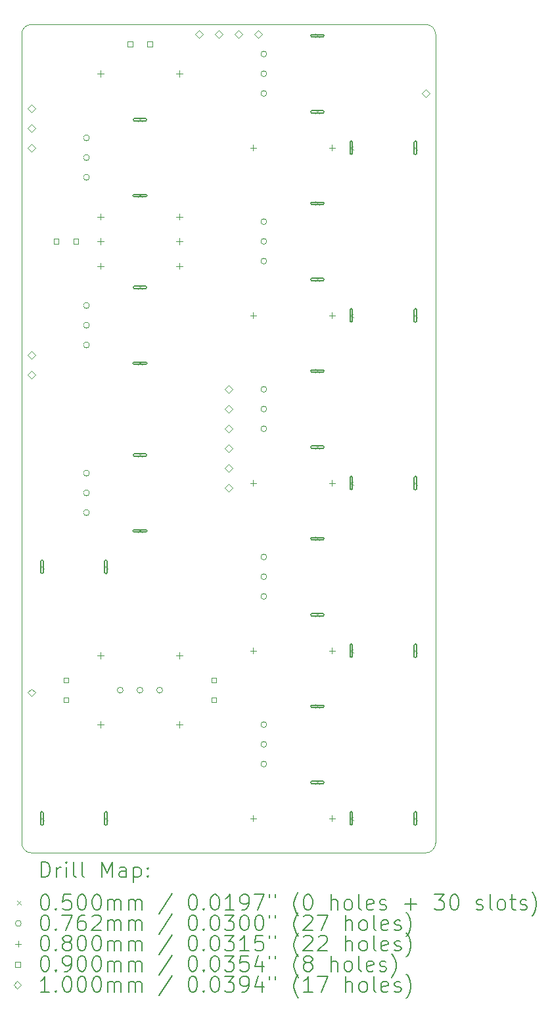
<source format=gbr>
%FSLAX45Y45*%
G04 Gerber Fmt 4.5, Leading zero omitted, Abs format (unit mm)*
G04 Created by KiCad (PCBNEW (6.0.0)) date 2022-08-09 16:31:57*
%MOMM*%
%LPD*%
G01*
G04 APERTURE LIST*
%TA.AperFunction,Profile*%
%ADD10C,0.100000*%
%TD*%
%ADD11C,0.200000*%
%ADD12C,0.050000*%
%ADD13C,0.076200*%
%ADD14C,0.080000*%
%ADD15C,0.090000*%
%ADD16C,0.100000*%
G04 APERTURE END LIST*
D10*
X5207000Y-10668000D02*
X127000Y-10668000D01*
X0Y-10541000D02*
G75*
G03*
X127000Y-10668000I127000J0D01*
G01*
X5334000Y-127000D02*
G75*
G03*
X5207000Y0I-127000J0D01*
G01*
X5207000Y-10668000D02*
G75*
G03*
X5334000Y-10541000I0J127000D01*
G01*
X127000Y-10668000D02*
X127000Y-10668000D01*
X0Y-10541000D02*
X0Y-127000D01*
X127000Y0D02*
X5207000Y0D01*
X0Y-127000D02*
X0Y-127000D01*
X127000Y0D02*
G75*
G03*
X0Y-127000I0J-127000D01*
G01*
X5334000Y-127000D02*
X5334000Y-10541000D01*
X5207000Y0D02*
X5207000Y0D01*
D11*
D12*
X236500Y-6960000D02*
X286500Y-7010000D01*
X286500Y-6960000D02*
X236500Y-7010000D01*
D11*
X246500Y-6910000D02*
X246500Y-7060000D01*
X276500Y-6910000D02*
X276500Y-7060000D01*
X246500Y-7060000D02*
G75*
G03*
X276500Y-7060000I15000J0D01*
G01*
X276500Y-6910000D02*
G75*
G03*
X246500Y-6910000I-15000J0D01*
G01*
D12*
X236500Y-10198500D02*
X286500Y-10248500D01*
X286500Y-10198500D02*
X236500Y-10248500D01*
D11*
X246500Y-10148500D02*
X246500Y-10298500D01*
X276500Y-10148500D02*
X276500Y-10298500D01*
X246500Y-10298500D02*
G75*
G03*
X276500Y-10298500I15000J0D01*
G01*
X276500Y-10148500D02*
G75*
G03*
X246500Y-10148500I-15000J0D01*
G01*
D12*
X1061500Y-6960000D02*
X1111500Y-7010000D01*
X1111500Y-6960000D02*
X1061500Y-7010000D01*
D11*
X1071500Y-6910000D02*
X1071500Y-7060000D01*
X1101500Y-6910000D02*
X1101500Y-7060000D01*
X1071500Y-7060000D02*
G75*
G03*
X1101500Y-7060000I15000J0D01*
G01*
X1101500Y-6910000D02*
G75*
G03*
X1071500Y-6910000I-15000J0D01*
G01*
D12*
X1061500Y-10198500D02*
X1111500Y-10248500D01*
X1111500Y-10198500D02*
X1061500Y-10248500D01*
D11*
X1071500Y-10148500D02*
X1071500Y-10298500D01*
X1101500Y-10148500D02*
X1101500Y-10298500D01*
X1071500Y-10298500D02*
G75*
G03*
X1101500Y-10298500I15000J0D01*
G01*
X1101500Y-10148500D02*
G75*
G03*
X1071500Y-10148500I-15000J0D01*
G01*
D12*
X1499000Y-1199500D02*
X1549000Y-1249500D01*
X1549000Y-1199500D02*
X1499000Y-1249500D01*
D11*
X1599000Y-1209500D02*
X1449000Y-1209500D01*
X1599000Y-1239500D02*
X1449000Y-1239500D01*
X1449000Y-1209500D02*
G75*
G03*
X1449000Y-1239500I0J-15000D01*
G01*
X1599000Y-1239500D02*
G75*
G03*
X1599000Y-1209500I0J15000D01*
G01*
D12*
X1499000Y-2179500D02*
X1549000Y-2229500D01*
X1549000Y-2179500D02*
X1499000Y-2229500D01*
D11*
X1599000Y-2189500D02*
X1449000Y-2189500D01*
X1599000Y-2219500D02*
X1449000Y-2219500D01*
X1449000Y-2189500D02*
G75*
G03*
X1449000Y-2219500I0J-15000D01*
G01*
X1599000Y-2219500D02*
G75*
G03*
X1599000Y-2189500I0J15000D01*
G01*
D12*
X1499000Y-3358500D02*
X1549000Y-3408500D01*
X1549000Y-3358500D02*
X1499000Y-3408500D01*
D11*
X1599000Y-3368500D02*
X1449000Y-3368500D01*
X1599000Y-3398500D02*
X1449000Y-3398500D01*
X1449000Y-3368500D02*
G75*
G03*
X1449000Y-3398500I0J-15000D01*
G01*
X1599000Y-3398500D02*
G75*
G03*
X1599000Y-3368500I0J15000D01*
G01*
D12*
X1499000Y-4338500D02*
X1549000Y-4388500D01*
X1549000Y-4338500D02*
X1499000Y-4388500D01*
D11*
X1599000Y-4348500D02*
X1449000Y-4348500D01*
X1599000Y-4378500D02*
X1449000Y-4378500D01*
X1449000Y-4348500D02*
G75*
G03*
X1449000Y-4378500I0J-15000D01*
G01*
X1599000Y-4378500D02*
G75*
G03*
X1599000Y-4348500I0J15000D01*
G01*
D12*
X1499000Y-5517500D02*
X1549000Y-5567500D01*
X1549000Y-5517500D02*
X1499000Y-5567500D01*
D11*
X1599000Y-5527500D02*
X1449000Y-5527500D01*
X1599000Y-5557500D02*
X1449000Y-5557500D01*
X1449000Y-5527500D02*
G75*
G03*
X1449000Y-5557500I0J-15000D01*
G01*
X1599000Y-5557500D02*
G75*
G03*
X1599000Y-5527500I0J15000D01*
G01*
D12*
X1499000Y-6497500D02*
X1549000Y-6547500D01*
X1549000Y-6497500D02*
X1499000Y-6547500D01*
D11*
X1599000Y-6507500D02*
X1449000Y-6507500D01*
X1599000Y-6537500D02*
X1449000Y-6537500D01*
X1449000Y-6507500D02*
G75*
G03*
X1449000Y-6537500I0J-15000D01*
G01*
X1599000Y-6537500D02*
G75*
G03*
X1599000Y-6507500I0J15000D01*
G01*
D12*
X3785000Y-120000D02*
X3835000Y-170000D01*
X3835000Y-120000D02*
X3785000Y-170000D01*
D11*
X3885000Y-130000D02*
X3735000Y-130000D01*
X3885000Y-160000D02*
X3735000Y-160000D01*
X3735000Y-130000D02*
G75*
G03*
X3735000Y-160000I0J-15000D01*
G01*
X3885000Y-160000D02*
G75*
G03*
X3885000Y-130000I0J15000D01*
G01*
D12*
X3785000Y-1100000D02*
X3835000Y-1150000D01*
X3835000Y-1100000D02*
X3785000Y-1150000D01*
D11*
X3885000Y-1110000D02*
X3735000Y-1110000D01*
X3885000Y-1140000D02*
X3735000Y-1140000D01*
X3735000Y-1110000D02*
G75*
G03*
X3735000Y-1140000I0J-15000D01*
G01*
X3885000Y-1140000D02*
G75*
G03*
X3885000Y-1110000I0J15000D01*
G01*
D12*
X3785000Y-2279000D02*
X3835000Y-2329000D01*
X3835000Y-2279000D02*
X3785000Y-2329000D01*
D11*
X3885000Y-2289000D02*
X3735000Y-2289000D01*
X3885000Y-2319000D02*
X3735000Y-2319000D01*
X3735000Y-2289000D02*
G75*
G03*
X3735000Y-2319000I0J-15000D01*
G01*
X3885000Y-2319000D02*
G75*
G03*
X3885000Y-2289000I0J15000D01*
G01*
D12*
X3785000Y-3259000D02*
X3835000Y-3309000D01*
X3835000Y-3259000D02*
X3785000Y-3309000D01*
D11*
X3885000Y-3269000D02*
X3735000Y-3269000D01*
X3885000Y-3299000D02*
X3735000Y-3299000D01*
X3735000Y-3269000D02*
G75*
G03*
X3735000Y-3299000I0J-15000D01*
G01*
X3885000Y-3299000D02*
G75*
G03*
X3885000Y-3269000I0J15000D01*
G01*
D12*
X3785000Y-4438000D02*
X3835000Y-4488000D01*
X3835000Y-4438000D02*
X3785000Y-4488000D01*
D11*
X3885000Y-4448000D02*
X3735000Y-4448000D01*
X3885000Y-4478000D02*
X3735000Y-4478000D01*
X3735000Y-4448000D02*
G75*
G03*
X3735000Y-4478000I0J-15000D01*
G01*
X3885000Y-4478000D02*
G75*
G03*
X3885000Y-4448000I0J15000D01*
G01*
D12*
X3785000Y-5418000D02*
X3835000Y-5468000D01*
X3835000Y-5418000D02*
X3785000Y-5468000D01*
D11*
X3885000Y-5428000D02*
X3735000Y-5428000D01*
X3885000Y-5458000D02*
X3735000Y-5458000D01*
X3735000Y-5428000D02*
G75*
G03*
X3735000Y-5458000I0J-15000D01*
G01*
X3885000Y-5458000D02*
G75*
G03*
X3885000Y-5428000I0J15000D01*
G01*
D12*
X3785000Y-6597000D02*
X3835000Y-6647000D01*
X3835000Y-6597000D02*
X3785000Y-6647000D01*
D11*
X3885000Y-6607000D02*
X3735000Y-6607000D01*
X3885000Y-6637000D02*
X3735000Y-6637000D01*
X3735000Y-6607000D02*
G75*
G03*
X3735000Y-6637000I0J-15000D01*
G01*
X3885000Y-6637000D02*
G75*
G03*
X3885000Y-6607000I0J15000D01*
G01*
D12*
X3785000Y-7577000D02*
X3835000Y-7627000D01*
X3835000Y-7577000D02*
X3785000Y-7627000D01*
D11*
X3885000Y-7587000D02*
X3735000Y-7587000D01*
X3885000Y-7617000D02*
X3735000Y-7617000D01*
X3735000Y-7587000D02*
G75*
G03*
X3735000Y-7617000I0J-15000D01*
G01*
X3885000Y-7617000D02*
G75*
G03*
X3885000Y-7587000I0J15000D01*
G01*
D12*
X3785000Y-8756000D02*
X3835000Y-8806000D01*
X3835000Y-8756000D02*
X3785000Y-8806000D01*
D11*
X3885000Y-8766000D02*
X3735000Y-8766000D01*
X3885000Y-8796000D02*
X3735000Y-8796000D01*
X3735000Y-8766000D02*
G75*
G03*
X3735000Y-8796000I0J-15000D01*
G01*
X3885000Y-8796000D02*
G75*
G03*
X3885000Y-8766000I0J15000D01*
G01*
D12*
X3785000Y-9736000D02*
X3835000Y-9786000D01*
X3835000Y-9736000D02*
X3785000Y-9786000D01*
D11*
X3885000Y-9746000D02*
X3735000Y-9746000D01*
X3885000Y-9776000D02*
X3735000Y-9776000D01*
X3735000Y-9746000D02*
G75*
G03*
X3735000Y-9776000I0J-15000D01*
G01*
X3885000Y-9776000D02*
G75*
G03*
X3885000Y-9746000I0J15000D01*
G01*
D12*
X4222500Y-1562500D02*
X4272500Y-1612500D01*
X4272500Y-1562500D02*
X4222500Y-1612500D01*
D11*
X4262500Y-1662500D02*
X4262500Y-1512500D01*
X4232500Y-1662500D02*
X4232500Y-1512500D01*
X4262500Y-1512500D02*
G75*
G03*
X4232500Y-1512500I-15000J0D01*
G01*
X4232500Y-1662500D02*
G75*
G03*
X4262500Y-1662500I15000J0D01*
G01*
D12*
X4222500Y-3721500D02*
X4272500Y-3771500D01*
X4272500Y-3721500D02*
X4222500Y-3771500D01*
D11*
X4262500Y-3821500D02*
X4262500Y-3671500D01*
X4232500Y-3821500D02*
X4232500Y-3671500D01*
X4262500Y-3671500D02*
G75*
G03*
X4232500Y-3671500I-15000J0D01*
G01*
X4232500Y-3821500D02*
G75*
G03*
X4262500Y-3821500I15000J0D01*
G01*
D12*
X4222500Y-5880500D02*
X4272500Y-5930500D01*
X4272500Y-5880500D02*
X4222500Y-5930500D01*
D11*
X4262500Y-5980500D02*
X4262500Y-5830500D01*
X4232500Y-5980500D02*
X4232500Y-5830500D01*
X4262500Y-5830500D02*
G75*
G03*
X4232500Y-5830500I-15000J0D01*
G01*
X4232500Y-5980500D02*
G75*
G03*
X4262500Y-5980500I15000J0D01*
G01*
D12*
X4222500Y-8039500D02*
X4272500Y-8089500D01*
X4272500Y-8039500D02*
X4222500Y-8089500D01*
D11*
X4262500Y-8139500D02*
X4262500Y-7989500D01*
X4232500Y-8139500D02*
X4232500Y-7989500D01*
X4262500Y-7989500D02*
G75*
G03*
X4232500Y-7989500I-15000J0D01*
G01*
X4232500Y-8139500D02*
G75*
G03*
X4262500Y-8139500I15000J0D01*
G01*
D12*
X4222500Y-10198500D02*
X4272500Y-10248500D01*
X4272500Y-10198500D02*
X4222500Y-10248500D01*
D11*
X4262500Y-10298500D02*
X4262500Y-10148500D01*
X4232500Y-10298500D02*
X4232500Y-10148500D01*
X4262500Y-10148500D02*
G75*
G03*
X4232500Y-10148500I-15000J0D01*
G01*
X4232500Y-10298500D02*
G75*
G03*
X4262500Y-10298500I15000J0D01*
G01*
D12*
X5047500Y-1562500D02*
X5097500Y-1612500D01*
X5097500Y-1562500D02*
X5047500Y-1612500D01*
D11*
X5087500Y-1662500D02*
X5087500Y-1512500D01*
X5057500Y-1662500D02*
X5057500Y-1512500D01*
X5087500Y-1512500D02*
G75*
G03*
X5057500Y-1512500I-15000J0D01*
G01*
X5057500Y-1662500D02*
G75*
G03*
X5087500Y-1662500I15000J0D01*
G01*
D12*
X5047500Y-3721500D02*
X5097500Y-3771500D01*
X5097500Y-3721500D02*
X5047500Y-3771500D01*
D11*
X5087500Y-3821500D02*
X5087500Y-3671500D01*
X5057500Y-3821500D02*
X5057500Y-3671500D01*
X5087500Y-3671500D02*
G75*
G03*
X5057500Y-3671500I-15000J0D01*
G01*
X5057500Y-3821500D02*
G75*
G03*
X5087500Y-3821500I15000J0D01*
G01*
D12*
X5047500Y-5880500D02*
X5097500Y-5930500D01*
X5097500Y-5880500D02*
X5047500Y-5930500D01*
D11*
X5087500Y-5980500D02*
X5087500Y-5830500D01*
X5057500Y-5980500D02*
X5057500Y-5830500D01*
X5087500Y-5830500D02*
G75*
G03*
X5057500Y-5830500I-15000J0D01*
G01*
X5057500Y-5980500D02*
G75*
G03*
X5087500Y-5980500I15000J0D01*
G01*
D12*
X5047500Y-8039500D02*
X5097500Y-8089500D01*
X5097500Y-8039500D02*
X5047500Y-8089500D01*
D11*
X5087500Y-8139500D02*
X5087500Y-7989500D01*
X5057500Y-8139500D02*
X5057500Y-7989500D01*
X5087500Y-7989500D02*
G75*
G03*
X5057500Y-7989500I-15000J0D01*
G01*
X5057500Y-8139500D02*
G75*
G03*
X5087500Y-8139500I15000J0D01*
G01*
D12*
X5047500Y-10198500D02*
X5097500Y-10248500D01*
X5097500Y-10198500D02*
X5047500Y-10248500D01*
D11*
X5087500Y-10298500D02*
X5087500Y-10148500D01*
X5057500Y-10298500D02*
X5057500Y-10148500D01*
X5087500Y-10148500D02*
G75*
G03*
X5057500Y-10148500I-15000J0D01*
G01*
X5057500Y-10298500D02*
G75*
G03*
X5087500Y-10298500I15000J0D01*
G01*
D13*
X872100Y-1460500D02*
G75*
G03*
X872100Y-1460500I-38100J0D01*
G01*
X872100Y-1714500D02*
G75*
G03*
X872100Y-1714500I-38100J0D01*
G01*
X872100Y-1968500D02*
G75*
G03*
X872100Y-1968500I-38100J0D01*
G01*
X872100Y-3619500D02*
G75*
G03*
X872100Y-3619500I-38100J0D01*
G01*
X872100Y-3873500D02*
G75*
G03*
X872100Y-3873500I-38100J0D01*
G01*
X872100Y-4127500D02*
G75*
G03*
X872100Y-4127500I-38100J0D01*
G01*
X872100Y-5778500D02*
G75*
G03*
X872100Y-5778500I-38100J0D01*
G01*
X872100Y-6032500D02*
G75*
G03*
X872100Y-6032500I-38100J0D01*
G01*
X872100Y-6286500D02*
G75*
G03*
X872100Y-6286500I-38100J0D01*
G01*
X1308100Y-8572500D02*
G75*
G03*
X1308100Y-8572500I-38100J0D01*
G01*
X1562100Y-8572500D02*
G75*
G03*
X1562100Y-8572500I-38100J0D01*
G01*
X1816100Y-8572500D02*
G75*
G03*
X1816100Y-8572500I-38100J0D01*
G01*
X3158100Y-381000D02*
G75*
G03*
X3158100Y-381000I-38100J0D01*
G01*
X3158100Y-635000D02*
G75*
G03*
X3158100Y-635000I-38100J0D01*
G01*
X3158100Y-889000D02*
G75*
G03*
X3158100Y-889000I-38100J0D01*
G01*
X3158100Y-2540000D02*
G75*
G03*
X3158100Y-2540000I-38100J0D01*
G01*
X3158100Y-2794000D02*
G75*
G03*
X3158100Y-2794000I-38100J0D01*
G01*
X3158100Y-3048000D02*
G75*
G03*
X3158100Y-3048000I-38100J0D01*
G01*
X3158100Y-4699000D02*
G75*
G03*
X3158100Y-4699000I-38100J0D01*
G01*
X3158100Y-4953000D02*
G75*
G03*
X3158100Y-4953000I-38100J0D01*
G01*
X3158100Y-5207000D02*
G75*
G03*
X3158100Y-5207000I-38100J0D01*
G01*
X3158100Y-6858000D02*
G75*
G03*
X3158100Y-6858000I-38100J0D01*
G01*
X3158100Y-7112000D02*
G75*
G03*
X3158100Y-7112000I-38100J0D01*
G01*
X3158100Y-7366000D02*
G75*
G03*
X3158100Y-7366000I-38100J0D01*
G01*
X3158100Y-9017000D02*
G75*
G03*
X3158100Y-9017000I-38100J0D01*
G01*
X3158100Y-9271000D02*
G75*
G03*
X3158100Y-9271000I-38100J0D01*
G01*
X3158100Y-9525000D02*
G75*
G03*
X3158100Y-9525000I-38100J0D01*
G01*
D14*
X1016000Y-595000D02*
X1016000Y-675000D01*
X976000Y-635000D02*
X1056000Y-635000D01*
X1016000Y-2436500D02*
X1016000Y-2516500D01*
X976000Y-2476500D02*
X1056000Y-2476500D01*
X1016000Y-2754000D02*
X1016000Y-2834000D01*
X976000Y-2794000D02*
X1056000Y-2794000D01*
X1016000Y-3071500D02*
X1016000Y-3151500D01*
X976000Y-3111500D02*
X1056000Y-3111500D01*
X1016000Y-8088000D02*
X1016000Y-8168000D01*
X976000Y-8128000D02*
X1056000Y-8128000D01*
X1016000Y-8977000D02*
X1016000Y-9057000D01*
X976000Y-9017000D02*
X1056000Y-9017000D01*
X2032000Y-595000D02*
X2032000Y-675000D01*
X1992000Y-635000D02*
X2072000Y-635000D01*
X2032000Y-2436500D02*
X2032000Y-2516500D01*
X1992000Y-2476500D02*
X2072000Y-2476500D01*
X2032000Y-2754000D02*
X2032000Y-2834000D01*
X1992000Y-2794000D02*
X2072000Y-2794000D01*
X2032000Y-3071500D02*
X2032000Y-3151500D01*
X1992000Y-3111500D02*
X2072000Y-3111500D01*
X2032000Y-8088000D02*
X2032000Y-8168000D01*
X1992000Y-8128000D02*
X2072000Y-8128000D01*
X2032000Y-8977000D02*
X2032000Y-9057000D01*
X1992000Y-9017000D02*
X2072000Y-9017000D01*
X2984500Y-1547500D02*
X2984500Y-1627500D01*
X2944500Y-1587500D02*
X3024500Y-1587500D01*
X2984500Y-3706500D02*
X2984500Y-3786500D01*
X2944500Y-3746500D02*
X3024500Y-3746500D01*
X2984500Y-5865500D02*
X2984500Y-5945500D01*
X2944500Y-5905500D02*
X3024500Y-5905500D01*
X2984500Y-8024500D02*
X2984500Y-8104500D01*
X2944500Y-8064500D02*
X3024500Y-8064500D01*
X2984500Y-10183500D02*
X2984500Y-10263500D01*
X2944500Y-10223500D02*
X3024500Y-10223500D01*
X4000500Y-1547500D02*
X4000500Y-1627500D01*
X3960500Y-1587500D02*
X4040500Y-1587500D01*
X4000500Y-3706500D02*
X4000500Y-3786500D01*
X3960500Y-3746500D02*
X4040500Y-3746500D01*
X4000500Y-5865500D02*
X4000500Y-5945500D01*
X3960500Y-5905500D02*
X4040500Y-5905500D01*
X4000500Y-8024500D02*
X4000500Y-8104500D01*
X3960500Y-8064500D02*
X4040500Y-8064500D01*
X4000500Y-10183500D02*
X4000500Y-10263500D01*
X3960500Y-10223500D02*
X4040500Y-10223500D01*
D15*
X476320Y-2825820D02*
X476320Y-2762180D01*
X412680Y-2762180D01*
X412680Y-2825820D01*
X476320Y-2825820D01*
X603320Y-8476820D02*
X603320Y-8413180D01*
X539680Y-8413180D01*
X539680Y-8476820D01*
X603320Y-8476820D01*
X603320Y-8730820D02*
X603320Y-8667180D01*
X539680Y-8667180D01*
X539680Y-8730820D01*
X603320Y-8730820D01*
X730320Y-2825820D02*
X730320Y-2762180D01*
X666680Y-2762180D01*
X666680Y-2825820D01*
X730320Y-2825820D01*
X1428320Y-285820D02*
X1428320Y-222180D01*
X1364680Y-222180D01*
X1364680Y-285820D01*
X1428320Y-285820D01*
X1682320Y-285820D02*
X1682320Y-222180D01*
X1618680Y-222180D01*
X1618680Y-285820D01*
X1682320Y-285820D01*
X2508320Y-8477820D02*
X2508320Y-8414180D01*
X2444680Y-8414180D01*
X2444680Y-8477820D01*
X2508320Y-8477820D01*
X2508320Y-8731820D02*
X2508320Y-8668180D01*
X2444680Y-8668180D01*
X2444680Y-8731820D01*
X2508320Y-8731820D01*
D16*
X127000Y-1129500D02*
X177000Y-1079500D01*
X127000Y-1029500D01*
X77000Y-1079500D01*
X127000Y-1129500D01*
X127000Y-1383500D02*
X177000Y-1333500D01*
X127000Y-1283500D01*
X77000Y-1333500D01*
X127000Y-1383500D01*
X127000Y-1637500D02*
X177000Y-1587500D01*
X127000Y-1537500D01*
X77000Y-1587500D01*
X127000Y-1637500D01*
X127000Y-4304500D02*
X177000Y-4254500D01*
X127000Y-4204500D01*
X77000Y-4254500D01*
X127000Y-4304500D01*
X127000Y-4558500D02*
X177000Y-4508500D01*
X127000Y-4458500D01*
X77000Y-4508500D01*
X127000Y-4558500D01*
X127000Y-8654250D02*
X177000Y-8604250D01*
X127000Y-8554250D01*
X77000Y-8604250D01*
X127000Y-8654250D01*
X2286000Y-177000D02*
X2336000Y-127000D01*
X2286000Y-77000D01*
X2236000Y-127000D01*
X2286000Y-177000D01*
X2540000Y-177000D02*
X2590000Y-127000D01*
X2540000Y-77000D01*
X2490000Y-127000D01*
X2540000Y-177000D01*
X2667000Y-4749000D02*
X2717000Y-4699000D01*
X2667000Y-4649000D01*
X2617000Y-4699000D01*
X2667000Y-4749000D01*
X2667000Y-5003000D02*
X2717000Y-4953000D01*
X2667000Y-4903000D01*
X2617000Y-4953000D01*
X2667000Y-5003000D01*
X2667000Y-5257000D02*
X2717000Y-5207000D01*
X2667000Y-5157000D01*
X2617000Y-5207000D01*
X2667000Y-5257000D01*
X2667000Y-5511000D02*
X2717000Y-5461000D01*
X2667000Y-5411000D01*
X2617000Y-5461000D01*
X2667000Y-5511000D01*
X2667000Y-5765000D02*
X2717000Y-5715000D01*
X2667000Y-5665000D01*
X2617000Y-5715000D01*
X2667000Y-5765000D01*
X2667000Y-6019000D02*
X2717000Y-5969000D01*
X2667000Y-5919000D01*
X2617000Y-5969000D01*
X2667000Y-6019000D01*
X2794000Y-177000D02*
X2844000Y-127000D01*
X2794000Y-77000D01*
X2744000Y-127000D01*
X2794000Y-177000D01*
X3048000Y-177000D02*
X3098000Y-127000D01*
X3048000Y-77000D01*
X2998000Y-127000D01*
X3048000Y-177000D01*
X5207000Y-939000D02*
X5257000Y-889000D01*
X5207000Y-839000D01*
X5157000Y-889000D01*
X5207000Y-939000D01*
D11*
X252619Y-10983476D02*
X252619Y-10783476D01*
X300238Y-10783476D01*
X328810Y-10793000D01*
X347857Y-10812048D01*
X357381Y-10831095D01*
X366905Y-10869190D01*
X366905Y-10897762D01*
X357381Y-10935857D01*
X347857Y-10954905D01*
X328810Y-10973952D01*
X300238Y-10983476D01*
X252619Y-10983476D01*
X452619Y-10983476D02*
X452619Y-10850143D01*
X452619Y-10888238D02*
X462143Y-10869190D01*
X471667Y-10859667D01*
X490714Y-10850143D01*
X509762Y-10850143D01*
X576429Y-10983476D02*
X576429Y-10850143D01*
X576429Y-10783476D02*
X566905Y-10793000D01*
X576429Y-10802524D01*
X585952Y-10793000D01*
X576429Y-10783476D01*
X576429Y-10802524D01*
X700238Y-10983476D02*
X681190Y-10973952D01*
X671667Y-10954905D01*
X671667Y-10783476D01*
X805000Y-10983476D02*
X785952Y-10973952D01*
X776428Y-10954905D01*
X776428Y-10783476D01*
X1033571Y-10983476D02*
X1033571Y-10783476D01*
X1100238Y-10926333D01*
X1166905Y-10783476D01*
X1166905Y-10983476D01*
X1347857Y-10983476D02*
X1347857Y-10878714D01*
X1338333Y-10859667D01*
X1319286Y-10850143D01*
X1281190Y-10850143D01*
X1262143Y-10859667D01*
X1347857Y-10973952D02*
X1328810Y-10983476D01*
X1281190Y-10983476D01*
X1262143Y-10973952D01*
X1252619Y-10954905D01*
X1252619Y-10935857D01*
X1262143Y-10916810D01*
X1281190Y-10907286D01*
X1328810Y-10907286D01*
X1347857Y-10897762D01*
X1443095Y-10850143D02*
X1443095Y-11050143D01*
X1443095Y-10859667D02*
X1462143Y-10850143D01*
X1500238Y-10850143D01*
X1519286Y-10859667D01*
X1528809Y-10869190D01*
X1538333Y-10888238D01*
X1538333Y-10945381D01*
X1528809Y-10964429D01*
X1519286Y-10973952D01*
X1500238Y-10983476D01*
X1462143Y-10983476D01*
X1443095Y-10973952D01*
X1624048Y-10964429D02*
X1633571Y-10973952D01*
X1624048Y-10983476D01*
X1614524Y-10973952D01*
X1624048Y-10964429D01*
X1624048Y-10983476D01*
X1624048Y-10859667D02*
X1633571Y-10869190D01*
X1624048Y-10878714D01*
X1614524Y-10869190D01*
X1624048Y-10859667D01*
X1624048Y-10878714D01*
D12*
X-55000Y-11288000D02*
X-5000Y-11338000D01*
X-5000Y-11288000D02*
X-55000Y-11338000D01*
D11*
X290714Y-11203476D02*
X309762Y-11203476D01*
X328810Y-11213000D01*
X338333Y-11222524D01*
X347857Y-11241571D01*
X357381Y-11279667D01*
X357381Y-11327286D01*
X347857Y-11365381D01*
X338333Y-11384428D01*
X328810Y-11393952D01*
X309762Y-11403476D01*
X290714Y-11403476D01*
X271667Y-11393952D01*
X262143Y-11384428D01*
X252619Y-11365381D01*
X243095Y-11327286D01*
X243095Y-11279667D01*
X252619Y-11241571D01*
X262143Y-11222524D01*
X271667Y-11213000D01*
X290714Y-11203476D01*
X443095Y-11384428D02*
X452619Y-11393952D01*
X443095Y-11403476D01*
X433571Y-11393952D01*
X443095Y-11384428D01*
X443095Y-11403476D01*
X633571Y-11203476D02*
X538333Y-11203476D01*
X528810Y-11298714D01*
X538333Y-11289190D01*
X557381Y-11279667D01*
X605000Y-11279667D01*
X624048Y-11289190D01*
X633571Y-11298714D01*
X643095Y-11317762D01*
X643095Y-11365381D01*
X633571Y-11384428D01*
X624048Y-11393952D01*
X605000Y-11403476D01*
X557381Y-11403476D01*
X538333Y-11393952D01*
X528810Y-11384428D01*
X766905Y-11203476D02*
X785952Y-11203476D01*
X805000Y-11213000D01*
X814524Y-11222524D01*
X824048Y-11241571D01*
X833571Y-11279667D01*
X833571Y-11327286D01*
X824048Y-11365381D01*
X814524Y-11384428D01*
X805000Y-11393952D01*
X785952Y-11403476D01*
X766905Y-11403476D01*
X747857Y-11393952D01*
X738333Y-11384428D01*
X728809Y-11365381D01*
X719286Y-11327286D01*
X719286Y-11279667D01*
X728809Y-11241571D01*
X738333Y-11222524D01*
X747857Y-11213000D01*
X766905Y-11203476D01*
X957381Y-11203476D02*
X976428Y-11203476D01*
X995476Y-11213000D01*
X1005000Y-11222524D01*
X1014524Y-11241571D01*
X1024048Y-11279667D01*
X1024048Y-11327286D01*
X1014524Y-11365381D01*
X1005000Y-11384428D01*
X995476Y-11393952D01*
X976428Y-11403476D01*
X957381Y-11403476D01*
X938333Y-11393952D01*
X928809Y-11384428D01*
X919286Y-11365381D01*
X909762Y-11327286D01*
X909762Y-11279667D01*
X919286Y-11241571D01*
X928809Y-11222524D01*
X938333Y-11213000D01*
X957381Y-11203476D01*
X1109762Y-11403476D02*
X1109762Y-11270143D01*
X1109762Y-11289190D02*
X1119286Y-11279667D01*
X1138333Y-11270143D01*
X1166905Y-11270143D01*
X1185952Y-11279667D01*
X1195476Y-11298714D01*
X1195476Y-11403476D01*
X1195476Y-11298714D02*
X1205000Y-11279667D01*
X1224048Y-11270143D01*
X1252619Y-11270143D01*
X1271667Y-11279667D01*
X1281190Y-11298714D01*
X1281190Y-11403476D01*
X1376429Y-11403476D02*
X1376429Y-11270143D01*
X1376429Y-11289190D02*
X1385952Y-11279667D01*
X1405000Y-11270143D01*
X1433571Y-11270143D01*
X1452619Y-11279667D01*
X1462143Y-11298714D01*
X1462143Y-11403476D01*
X1462143Y-11298714D02*
X1471667Y-11279667D01*
X1490714Y-11270143D01*
X1519286Y-11270143D01*
X1538333Y-11279667D01*
X1547857Y-11298714D01*
X1547857Y-11403476D01*
X1938333Y-11193952D02*
X1766905Y-11451095D01*
X2195476Y-11203476D02*
X2214524Y-11203476D01*
X2233571Y-11213000D01*
X2243095Y-11222524D01*
X2252619Y-11241571D01*
X2262143Y-11279667D01*
X2262143Y-11327286D01*
X2252619Y-11365381D01*
X2243095Y-11384428D01*
X2233571Y-11393952D01*
X2214524Y-11403476D01*
X2195476Y-11403476D01*
X2176429Y-11393952D01*
X2166905Y-11384428D01*
X2157381Y-11365381D01*
X2147857Y-11327286D01*
X2147857Y-11279667D01*
X2157381Y-11241571D01*
X2166905Y-11222524D01*
X2176429Y-11213000D01*
X2195476Y-11203476D01*
X2347857Y-11384428D02*
X2357381Y-11393952D01*
X2347857Y-11403476D01*
X2338333Y-11393952D01*
X2347857Y-11384428D01*
X2347857Y-11403476D01*
X2481190Y-11203476D02*
X2500238Y-11203476D01*
X2519286Y-11213000D01*
X2528810Y-11222524D01*
X2538333Y-11241571D01*
X2547857Y-11279667D01*
X2547857Y-11327286D01*
X2538333Y-11365381D01*
X2528810Y-11384428D01*
X2519286Y-11393952D01*
X2500238Y-11403476D01*
X2481190Y-11403476D01*
X2462143Y-11393952D01*
X2452619Y-11384428D01*
X2443095Y-11365381D01*
X2433571Y-11327286D01*
X2433571Y-11279667D01*
X2443095Y-11241571D01*
X2452619Y-11222524D01*
X2462143Y-11213000D01*
X2481190Y-11203476D01*
X2738333Y-11403476D02*
X2624048Y-11403476D01*
X2681190Y-11403476D02*
X2681190Y-11203476D01*
X2662143Y-11232048D01*
X2643095Y-11251095D01*
X2624048Y-11260619D01*
X2833571Y-11403476D02*
X2871667Y-11403476D01*
X2890714Y-11393952D01*
X2900238Y-11384428D01*
X2919286Y-11355857D01*
X2928809Y-11317762D01*
X2928809Y-11241571D01*
X2919286Y-11222524D01*
X2909762Y-11213000D01*
X2890714Y-11203476D01*
X2852619Y-11203476D01*
X2833571Y-11213000D01*
X2824048Y-11222524D01*
X2814524Y-11241571D01*
X2814524Y-11289190D01*
X2824048Y-11308238D01*
X2833571Y-11317762D01*
X2852619Y-11327286D01*
X2890714Y-11327286D01*
X2909762Y-11317762D01*
X2919286Y-11308238D01*
X2928809Y-11289190D01*
X2995476Y-11203476D02*
X3128809Y-11203476D01*
X3043095Y-11403476D01*
X3195476Y-11203476D02*
X3195476Y-11241571D01*
X3271667Y-11203476D02*
X3271667Y-11241571D01*
X3566905Y-11479667D02*
X3557381Y-11470143D01*
X3538333Y-11441571D01*
X3528809Y-11422524D01*
X3519286Y-11393952D01*
X3509762Y-11346333D01*
X3509762Y-11308238D01*
X3519286Y-11260619D01*
X3528809Y-11232048D01*
X3538333Y-11213000D01*
X3557381Y-11184429D01*
X3566905Y-11174905D01*
X3681190Y-11203476D02*
X3700238Y-11203476D01*
X3719286Y-11213000D01*
X3728809Y-11222524D01*
X3738333Y-11241571D01*
X3747857Y-11279667D01*
X3747857Y-11327286D01*
X3738333Y-11365381D01*
X3728809Y-11384428D01*
X3719286Y-11393952D01*
X3700238Y-11403476D01*
X3681190Y-11403476D01*
X3662143Y-11393952D01*
X3652619Y-11384428D01*
X3643095Y-11365381D01*
X3633571Y-11327286D01*
X3633571Y-11279667D01*
X3643095Y-11241571D01*
X3652619Y-11222524D01*
X3662143Y-11213000D01*
X3681190Y-11203476D01*
X3985952Y-11403476D02*
X3985952Y-11203476D01*
X4071667Y-11403476D02*
X4071667Y-11298714D01*
X4062143Y-11279667D01*
X4043095Y-11270143D01*
X4014524Y-11270143D01*
X3995476Y-11279667D01*
X3985952Y-11289190D01*
X4195476Y-11403476D02*
X4176428Y-11393952D01*
X4166905Y-11384428D01*
X4157381Y-11365381D01*
X4157381Y-11308238D01*
X4166905Y-11289190D01*
X4176428Y-11279667D01*
X4195476Y-11270143D01*
X4224048Y-11270143D01*
X4243095Y-11279667D01*
X4252619Y-11289190D01*
X4262143Y-11308238D01*
X4262143Y-11365381D01*
X4252619Y-11384428D01*
X4243095Y-11393952D01*
X4224048Y-11403476D01*
X4195476Y-11403476D01*
X4376429Y-11403476D02*
X4357381Y-11393952D01*
X4347857Y-11374905D01*
X4347857Y-11203476D01*
X4528810Y-11393952D02*
X4509762Y-11403476D01*
X4471667Y-11403476D01*
X4452619Y-11393952D01*
X4443095Y-11374905D01*
X4443095Y-11298714D01*
X4452619Y-11279667D01*
X4471667Y-11270143D01*
X4509762Y-11270143D01*
X4528810Y-11279667D01*
X4538333Y-11298714D01*
X4538333Y-11317762D01*
X4443095Y-11336809D01*
X4614524Y-11393952D02*
X4633571Y-11403476D01*
X4671667Y-11403476D01*
X4690714Y-11393952D01*
X4700238Y-11374905D01*
X4700238Y-11365381D01*
X4690714Y-11346333D01*
X4671667Y-11336809D01*
X4643095Y-11336809D01*
X4624048Y-11327286D01*
X4614524Y-11308238D01*
X4614524Y-11298714D01*
X4624048Y-11279667D01*
X4643095Y-11270143D01*
X4671667Y-11270143D01*
X4690714Y-11279667D01*
X4938333Y-11327286D02*
X5090714Y-11327286D01*
X5014524Y-11403476D02*
X5014524Y-11251095D01*
X5319286Y-11203476D02*
X5443095Y-11203476D01*
X5376429Y-11279667D01*
X5405000Y-11279667D01*
X5424048Y-11289190D01*
X5433571Y-11298714D01*
X5443095Y-11317762D01*
X5443095Y-11365381D01*
X5433571Y-11384428D01*
X5424048Y-11393952D01*
X5405000Y-11403476D01*
X5347857Y-11403476D01*
X5328810Y-11393952D01*
X5319286Y-11384428D01*
X5566905Y-11203476D02*
X5585952Y-11203476D01*
X5605000Y-11213000D01*
X5614524Y-11222524D01*
X5624048Y-11241571D01*
X5633571Y-11279667D01*
X5633571Y-11327286D01*
X5624048Y-11365381D01*
X5614524Y-11384428D01*
X5605000Y-11393952D01*
X5585952Y-11403476D01*
X5566905Y-11403476D01*
X5547857Y-11393952D01*
X5538333Y-11384428D01*
X5528810Y-11365381D01*
X5519286Y-11327286D01*
X5519286Y-11279667D01*
X5528810Y-11241571D01*
X5538333Y-11222524D01*
X5547857Y-11213000D01*
X5566905Y-11203476D01*
X5862143Y-11393952D02*
X5881190Y-11403476D01*
X5919286Y-11403476D01*
X5938333Y-11393952D01*
X5947857Y-11374905D01*
X5947857Y-11365381D01*
X5938333Y-11346333D01*
X5919286Y-11336809D01*
X5890714Y-11336809D01*
X5871667Y-11327286D01*
X5862143Y-11308238D01*
X5862143Y-11298714D01*
X5871667Y-11279667D01*
X5890714Y-11270143D01*
X5919286Y-11270143D01*
X5938333Y-11279667D01*
X6062143Y-11403476D02*
X6043095Y-11393952D01*
X6033571Y-11374905D01*
X6033571Y-11203476D01*
X6166905Y-11403476D02*
X6147857Y-11393952D01*
X6138333Y-11384428D01*
X6128809Y-11365381D01*
X6128809Y-11308238D01*
X6138333Y-11289190D01*
X6147857Y-11279667D01*
X6166905Y-11270143D01*
X6195476Y-11270143D01*
X6214524Y-11279667D01*
X6224048Y-11289190D01*
X6233571Y-11308238D01*
X6233571Y-11365381D01*
X6224048Y-11384428D01*
X6214524Y-11393952D01*
X6195476Y-11403476D01*
X6166905Y-11403476D01*
X6290714Y-11270143D02*
X6366905Y-11270143D01*
X6319286Y-11203476D02*
X6319286Y-11374905D01*
X6328809Y-11393952D01*
X6347857Y-11403476D01*
X6366905Y-11403476D01*
X6424048Y-11393952D02*
X6443095Y-11403476D01*
X6481190Y-11403476D01*
X6500238Y-11393952D01*
X6509762Y-11374905D01*
X6509762Y-11365381D01*
X6500238Y-11346333D01*
X6481190Y-11336809D01*
X6452619Y-11336809D01*
X6433571Y-11327286D01*
X6424048Y-11308238D01*
X6424048Y-11298714D01*
X6433571Y-11279667D01*
X6452619Y-11270143D01*
X6481190Y-11270143D01*
X6500238Y-11279667D01*
X6576428Y-11479667D02*
X6585952Y-11470143D01*
X6605000Y-11441571D01*
X6614524Y-11422524D01*
X6624048Y-11393952D01*
X6633571Y-11346333D01*
X6633571Y-11308238D01*
X6624048Y-11260619D01*
X6614524Y-11232048D01*
X6605000Y-11213000D01*
X6585952Y-11184429D01*
X6576428Y-11174905D01*
D13*
X-5000Y-11577000D02*
G75*
G03*
X-5000Y-11577000I-38100J0D01*
G01*
D11*
X290714Y-11467476D02*
X309762Y-11467476D01*
X328810Y-11477000D01*
X338333Y-11486524D01*
X347857Y-11505571D01*
X357381Y-11543667D01*
X357381Y-11591286D01*
X347857Y-11629381D01*
X338333Y-11648428D01*
X328810Y-11657952D01*
X309762Y-11667476D01*
X290714Y-11667476D01*
X271667Y-11657952D01*
X262143Y-11648428D01*
X252619Y-11629381D01*
X243095Y-11591286D01*
X243095Y-11543667D01*
X252619Y-11505571D01*
X262143Y-11486524D01*
X271667Y-11477000D01*
X290714Y-11467476D01*
X443095Y-11648428D02*
X452619Y-11657952D01*
X443095Y-11667476D01*
X433571Y-11657952D01*
X443095Y-11648428D01*
X443095Y-11667476D01*
X519286Y-11467476D02*
X652619Y-11467476D01*
X566905Y-11667476D01*
X814524Y-11467476D02*
X776428Y-11467476D01*
X757381Y-11477000D01*
X747857Y-11486524D01*
X728809Y-11515095D01*
X719286Y-11553190D01*
X719286Y-11629381D01*
X728809Y-11648428D01*
X738333Y-11657952D01*
X757381Y-11667476D01*
X795476Y-11667476D01*
X814524Y-11657952D01*
X824048Y-11648428D01*
X833571Y-11629381D01*
X833571Y-11581762D01*
X824048Y-11562714D01*
X814524Y-11553190D01*
X795476Y-11543667D01*
X757381Y-11543667D01*
X738333Y-11553190D01*
X728809Y-11562714D01*
X719286Y-11581762D01*
X909762Y-11486524D02*
X919286Y-11477000D01*
X938333Y-11467476D01*
X985952Y-11467476D01*
X1005000Y-11477000D01*
X1014524Y-11486524D01*
X1024048Y-11505571D01*
X1024048Y-11524619D01*
X1014524Y-11553190D01*
X900238Y-11667476D01*
X1024048Y-11667476D01*
X1109762Y-11667476D02*
X1109762Y-11534143D01*
X1109762Y-11553190D02*
X1119286Y-11543667D01*
X1138333Y-11534143D01*
X1166905Y-11534143D01*
X1185952Y-11543667D01*
X1195476Y-11562714D01*
X1195476Y-11667476D01*
X1195476Y-11562714D02*
X1205000Y-11543667D01*
X1224048Y-11534143D01*
X1252619Y-11534143D01*
X1271667Y-11543667D01*
X1281190Y-11562714D01*
X1281190Y-11667476D01*
X1376429Y-11667476D02*
X1376429Y-11534143D01*
X1376429Y-11553190D02*
X1385952Y-11543667D01*
X1405000Y-11534143D01*
X1433571Y-11534143D01*
X1452619Y-11543667D01*
X1462143Y-11562714D01*
X1462143Y-11667476D01*
X1462143Y-11562714D02*
X1471667Y-11543667D01*
X1490714Y-11534143D01*
X1519286Y-11534143D01*
X1538333Y-11543667D01*
X1547857Y-11562714D01*
X1547857Y-11667476D01*
X1938333Y-11457952D02*
X1766905Y-11715095D01*
X2195476Y-11467476D02*
X2214524Y-11467476D01*
X2233571Y-11477000D01*
X2243095Y-11486524D01*
X2252619Y-11505571D01*
X2262143Y-11543667D01*
X2262143Y-11591286D01*
X2252619Y-11629381D01*
X2243095Y-11648428D01*
X2233571Y-11657952D01*
X2214524Y-11667476D01*
X2195476Y-11667476D01*
X2176429Y-11657952D01*
X2166905Y-11648428D01*
X2157381Y-11629381D01*
X2147857Y-11591286D01*
X2147857Y-11543667D01*
X2157381Y-11505571D01*
X2166905Y-11486524D01*
X2176429Y-11477000D01*
X2195476Y-11467476D01*
X2347857Y-11648428D02*
X2357381Y-11657952D01*
X2347857Y-11667476D01*
X2338333Y-11657952D01*
X2347857Y-11648428D01*
X2347857Y-11667476D01*
X2481190Y-11467476D02*
X2500238Y-11467476D01*
X2519286Y-11477000D01*
X2528810Y-11486524D01*
X2538333Y-11505571D01*
X2547857Y-11543667D01*
X2547857Y-11591286D01*
X2538333Y-11629381D01*
X2528810Y-11648428D01*
X2519286Y-11657952D01*
X2500238Y-11667476D01*
X2481190Y-11667476D01*
X2462143Y-11657952D01*
X2452619Y-11648428D01*
X2443095Y-11629381D01*
X2433571Y-11591286D01*
X2433571Y-11543667D01*
X2443095Y-11505571D01*
X2452619Y-11486524D01*
X2462143Y-11477000D01*
X2481190Y-11467476D01*
X2614524Y-11467476D02*
X2738333Y-11467476D01*
X2671667Y-11543667D01*
X2700238Y-11543667D01*
X2719286Y-11553190D01*
X2728810Y-11562714D01*
X2738333Y-11581762D01*
X2738333Y-11629381D01*
X2728810Y-11648428D01*
X2719286Y-11657952D01*
X2700238Y-11667476D01*
X2643095Y-11667476D01*
X2624048Y-11657952D01*
X2614524Y-11648428D01*
X2862143Y-11467476D02*
X2881190Y-11467476D01*
X2900238Y-11477000D01*
X2909762Y-11486524D01*
X2919286Y-11505571D01*
X2928809Y-11543667D01*
X2928809Y-11591286D01*
X2919286Y-11629381D01*
X2909762Y-11648428D01*
X2900238Y-11657952D01*
X2881190Y-11667476D01*
X2862143Y-11667476D01*
X2843095Y-11657952D01*
X2833571Y-11648428D01*
X2824048Y-11629381D01*
X2814524Y-11591286D01*
X2814524Y-11543667D01*
X2824048Y-11505571D01*
X2833571Y-11486524D01*
X2843095Y-11477000D01*
X2862143Y-11467476D01*
X3052619Y-11467476D02*
X3071667Y-11467476D01*
X3090714Y-11477000D01*
X3100238Y-11486524D01*
X3109762Y-11505571D01*
X3119286Y-11543667D01*
X3119286Y-11591286D01*
X3109762Y-11629381D01*
X3100238Y-11648428D01*
X3090714Y-11657952D01*
X3071667Y-11667476D01*
X3052619Y-11667476D01*
X3033571Y-11657952D01*
X3024048Y-11648428D01*
X3014524Y-11629381D01*
X3005000Y-11591286D01*
X3005000Y-11543667D01*
X3014524Y-11505571D01*
X3024048Y-11486524D01*
X3033571Y-11477000D01*
X3052619Y-11467476D01*
X3195476Y-11467476D02*
X3195476Y-11505571D01*
X3271667Y-11467476D02*
X3271667Y-11505571D01*
X3566905Y-11743667D02*
X3557381Y-11734143D01*
X3538333Y-11705571D01*
X3528809Y-11686524D01*
X3519286Y-11657952D01*
X3509762Y-11610333D01*
X3509762Y-11572238D01*
X3519286Y-11524619D01*
X3528809Y-11496048D01*
X3538333Y-11477000D01*
X3557381Y-11448428D01*
X3566905Y-11438905D01*
X3633571Y-11486524D02*
X3643095Y-11477000D01*
X3662143Y-11467476D01*
X3709762Y-11467476D01*
X3728809Y-11477000D01*
X3738333Y-11486524D01*
X3747857Y-11505571D01*
X3747857Y-11524619D01*
X3738333Y-11553190D01*
X3624048Y-11667476D01*
X3747857Y-11667476D01*
X3814524Y-11467476D02*
X3947857Y-11467476D01*
X3862143Y-11667476D01*
X4176428Y-11667476D02*
X4176428Y-11467476D01*
X4262143Y-11667476D02*
X4262143Y-11562714D01*
X4252619Y-11543667D01*
X4233571Y-11534143D01*
X4205000Y-11534143D01*
X4185952Y-11543667D01*
X4176428Y-11553190D01*
X4385952Y-11667476D02*
X4366905Y-11657952D01*
X4357381Y-11648428D01*
X4347857Y-11629381D01*
X4347857Y-11572238D01*
X4357381Y-11553190D01*
X4366905Y-11543667D01*
X4385952Y-11534143D01*
X4414524Y-11534143D01*
X4433571Y-11543667D01*
X4443095Y-11553190D01*
X4452619Y-11572238D01*
X4452619Y-11629381D01*
X4443095Y-11648428D01*
X4433571Y-11657952D01*
X4414524Y-11667476D01*
X4385952Y-11667476D01*
X4566905Y-11667476D02*
X4547857Y-11657952D01*
X4538333Y-11638905D01*
X4538333Y-11467476D01*
X4719286Y-11657952D02*
X4700238Y-11667476D01*
X4662143Y-11667476D01*
X4643095Y-11657952D01*
X4633571Y-11638905D01*
X4633571Y-11562714D01*
X4643095Y-11543667D01*
X4662143Y-11534143D01*
X4700238Y-11534143D01*
X4719286Y-11543667D01*
X4728810Y-11562714D01*
X4728810Y-11581762D01*
X4633571Y-11600809D01*
X4805000Y-11657952D02*
X4824048Y-11667476D01*
X4862143Y-11667476D01*
X4881190Y-11657952D01*
X4890714Y-11638905D01*
X4890714Y-11629381D01*
X4881190Y-11610333D01*
X4862143Y-11600809D01*
X4833571Y-11600809D01*
X4814524Y-11591286D01*
X4805000Y-11572238D01*
X4805000Y-11562714D01*
X4814524Y-11543667D01*
X4833571Y-11534143D01*
X4862143Y-11534143D01*
X4881190Y-11543667D01*
X4957381Y-11743667D02*
X4966905Y-11734143D01*
X4985952Y-11705571D01*
X4995476Y-11686524D01*
X5005000Y-11657952D01*
X5014524Y-11610333D01*
X5014524Y-11572238D01*
X5005000Y-11524619D01*
X4995476Y-11496048D01*
X4985952Y-11477000D01*
X4966905Y-11448428D01*
X4957381Y-11438905D01*
D14*
X-45000Y-11801000D02*
X-45000Y-11881000D01*
X-85000Y-11841000D02*
X-5000Y-11841000D01*
D11*
X290714Y-11731476D02*
X309762Y-11731476D01*
X328810Y-11741000D01*
X338333Y-11750524D01*
X347857Y-11769571D01*
X357381Y-11807667D01*
X357381Y-11855286D01*
X347857Y-11893381D01*
X338333Y-11912428D01*
X328810Y-11921952D01*
X309762Y-11931476D01*
X290714Y-11931476D01*
X271667Y-11921952D01*
X262143Y-11912428D01*
X252619Y-11893381D01*
X243095Y-11855286D01*
X243095Y-11807667D01*
X252619Y-11769571D01*
X262143Y-11750524D01*
X271667Y-11741000D01*
X290714Y-11731476D01*
X443095Y-11912428D02*
X452619Y-11921952D01*
X443095Y-11931476D01*
X433571Y-11921952D01*
X443095Y-11912428D01*
X443095Y-11931476D01*
X566905Y-11817190D02*
X547857Y-11807667D01*
X538333Y-11798143D01*
X528810Y-11779095D01*
X528810Y-11769571D01*
X538333Y-11750524D01*
X547857Y-11741000D01*
X566905Y-11731476D01*
X605000Y-11731476D01*
X624048Y-11741000D01*
X633571Y-11750524D01*
X643095Y-11769571D01*
X643095Y-11779095D01*
X633571Y-11798143D01*
X624048Y-11807667D01*
X605000Y-11817190D01*
X566905Y-11817190D01*
X547857Y-11826714D01*
X538333Y-11836238D01*
X528810Y-11855286D01*
X528810Y-11893381D01*
X538333Y-11912428D01*
X547857Y-11921952D01*
X566905Y-11931476D01*
X605000Y-11931476D01*
X624048Y-11921952D01*
X633571Y-11912428D01*
X643095Y-11893381D01*
X643095Y-11855286D01*
X633571Y-11836238D01*
X624048Y-11826714D01*
X605000Y-11817190D01*
X766905Y-11731476D02*
X785952Y-11731476D01*
X805000Y-11741000D01*
X814524Y-11750524D01*
X824048Y-11769571D01*
X833571Y-11807667D01*
X833571Y-11855286D01*
X824048Y-11893381D01*
X814524Y-11912428D01*
X805000Y-11921952D01*
X785952Y-11931476D01*
X766905Y-11931476D01*
X747857Y-11921952D01*
X738333Y-11912428D01*
X728809Y-11893381D01*
X719286Y-11855286D01*
X719286Y-11807667D01*
X728809Y-11769571D01*
X738333Y-11750524D01*
X747857Y-11741000D01*
X766905Y-11731476D01*
X957381Y-11731476D02*
X976428Y-11731476D01*
X995476Y-11741000D01*
X1005000Y-11750524D01*
X1014524Y-11769571D01*
X1024048Y-11807667D01*
X1024048Y-11855286D01*
X1014524Y-11893381D01*
X1005000Y-11912428D01*
X995476Y-11921952D01*
X976428Y-11931476D01*
X957381Y-11931476D01*
X938333Y-11921952D01*
X928809Y-11912428D01*
X919286Y-11893381D01*
X909762Y-11855286D01*
X909762Y-11807667D01*
X919286Y-11769571D01*
X928809Y-11750524D01*
X938333Y-11741000D01*
X957381Y-11731476D01*
X1109762Y-11931476D02*
X1109762Y-11798143D01*
X1109762Y-11817190D02*
X1119286Y-11807667D01*
X1138333Y-11798143D01*
X1166905Y-11798143D01*
X1185952Y-11807667D01*
X1195476Y-11826714D01*
X1195476Y-11931476D01*
X1195476Y-11826714D02*
X1205000Y-11807667D01*
X1224048Y-11798143D01*
X1252619Y-11798143D01*
X1271667Y-11807667D01*
X1281190Y-11826714D01*
X1281190Y-11931476D01*
X1376429Y-11931476D02*
X1376429Y-11798143D01*
X1376429Y-11817190D02*
X1385952Y-11807667D01*
X1405000Y-11798143D01*
X1433571Y-11798143D01*
X1452619Y-11807667D01*
X1462143Y-11826714D01*
X1462143Y-11931476D01*
X1462143Y-11826714D02*
X1471667Y-11807667D01*
X1490714Y-11798143D01*
X1519286Y-11798143D01*
X1538333Y-11807667D01*
X1547857Y-11826714D01*
X1547857Y-11931476D01*
X1938333Y-11721952D02*
X1766905Y-11979095D01*
X2195476Y-11731476D02*
X2214524Y-11731476D01*
X2233571Y-11741000D01*
X2243095Y-11750524D01*
X2252619Y-11769571D01*
X2262143Y-11807667D01*
X2262143Y-11855286D01*
X2252619Y-11893381D01*
X2243095Y-11912428D01*
X2233571Y-11921952D01*
X2214524Y-11931476D01*
X2195476Y-11931476D01*
X2176429Y-11921952D01*
X2166905Y-11912428D01*
X2157381Y-11893381D01*
X2147857Y-11855286D01*
X2147857Y-11807667D01*
X2157381Y-11769571D01*
X2166905Y-11750524D01*
X2176429Y-11741000D01*
X2195476Y-11731476D01*
X2347857Y-11912428D02*
X2357381Y-11921952D01*
X2347857Y-11931476D01*
X2338333Y-11921952D01*
X2347857Y-11912428D01*
X2347857Y-11931476D01*
X2481190Y-11731476D02*
X2500238Y-11731476D01*
X2519286Y-11741000D01*
X2528810Y-11750524D01*
X2538333Y-11769571D01*
X2547857Y-11807667D01*
X2547857Y-11855286D01*
X2538333Y-11893381D01*
X2528810Y-11912428D01*
X2519286Y-11921952D01*
X2500238Y-11931476D01*
X2481190Y-11931476D01*
X2462143Y-11921952D01*
X2452619Y-11912428D01*
X2443095Y-11893381D01*
X2433571Y-11855286D01*
X2433571Y-11807667D01*
X2443095Y-11769571D01*
X2452619Y-11750524D01*
X2462143Y-11741000D01*
X2481190Y-11731476D01*
X2614524Y-11731476D02*
X2738333Y-11731476D01*
X2671667Y-11807667D01*
X2700238Y-11807667D01*
X2719286Y-11817190D01*
X2728810Y-11826714D01*
X2738333Y-11845762D01*
X2738333Y-11893381D01*
X2728810Y-11912428D01*
X2719286Y-11921952D01*
X2700238Y-11931476D01*
X2643095Y-11931476D01*
X2624048Y-11921952D01*
X2614524Y-11912428D01*
X2928809Y-11931476D02*
X2814524Y-11931476D01*
X2871667Y-11931476D02*
X2871667Y-11731476D01*
X2852619Y-11760048D01*
X2833571Y-11779095D01*
X2814524Y-11788619D01*
X3109762Y-11731476D02*
X3014524Y-11731476D01*
X3005000Y-11826714D01*
X3014524Y-11817190D01*
X3033571Y-11807667D01*
X3081190Y-11807667D01*
X3100238Y-11817190D01*
X3109762Y-11826714D01*
X3119286Y-11845762D01*
X3119286Y-11893381D01*
X3109762Y-11912428D01*
X3100238Y-11921952D01*
X3081190Y-11931476D01*
X3033571Y-11931476D01*
X3014524Y-11921952D01*
X3005000Y-11912428D01*
X3195476Y-11731476D02*
X3195476Y-11769571D01*
X3271667Y-11731476D02*
X3271667Y-11769571D01*
X3566905Y-12007667D02*
X3557381Y-11998143D01*
X3538333Y-11969571D01*
X3528809Y-11950524D01*
X3519286Y-11921952D01*
X3509762Y-11874333D01*
X3509762Y-11836238D01*
X3519286Y-11788619D01*
X3528809Y-11760048D01*
X3538333Y-11741000D01*
X3557381Y-11712428D01*
X3566905Y-11702905D01*
X3633571Y-11750524D02*
X3643095Y-11741000D01*
X3662143Y-11731476D01*
X3709762Y-11731476D01*
X3728809Y-11741000D01*
X3738333Y-11750524D01*
X3747857Y-11769571D01*
X3747857Y-11788619D01*
X3738333Y-11817190D01*
X3624048Y-11931476D01*
X3747857Y-11931476D01*
X3824048Y-11750524D02*
X3833571Y-11741000D01*
X3852619Y-11731476D01*
X3900238Y-11731476D01*
X3919286Y-11741000D01*
X3928809Y-11750524D01*
X3938333Y-11769571D01*
X3938333Y-11788619D01*
X3928809Y-11817190D01*
X3814524Y-11931476D01*
X3938333Y-11931476D01*
X4176428Y-11931476D02*
X4176428Y-11731476D01*
X4262143Y-11931476D02*
X4262143Y-11826714D01*
X4252619Y-11807667D01*
X4233571Y-11798143D01*
X4205000Y-11798143D01*
X4185952Y-11807667D01*
X4176428Y-11817190D01*
X4385952Y-11931476D02*
X4366905Y-11921952D01*
X4357381Y-11912428D01*
X4347857Y-11893381D01*
X4347857Y-11836238D01*
X4357381Y-11817190D01*
X4366905Y-11807667D01*
X4385952Y-11798143D01*
X4414524Y-11798143D01*
X4433571Y-11807667D01*
X4443095Y-11817190D01*
X4452619Y-11836238D01*
X4452619Y-11893381D01*
X4443095Y-11912428D01*
X4433571Y-11921952D01*
X4414524Y-11931476D01*
X4385952Y-11931476D01*
X4566905Y-11931476D02*
X4547857Y-11921952D01*
X4538333Y-11902905D01*
X4538333Y-11731476D01*
X4719286Y-11921952D02*
X4700238Y-11931476D01*
X4662143Y-11931476D01*
X4643095Y-11921952D01*
X4633571Y-11902905D01*
X4633571Y-11826714D01*
X4643095Y-11807667D01*
X4662143Y-11798143D01*
X4700238Y-11798143D01*
X4719286Y-11807667D01*
X4728810Y-11826714D01*
X4728810Y-11845762D01*
X4633571Y-11864809D01*
X4805000Y-11921952D02*
X4824048Y-11931476D01*
X4862143Y-11931476D01*
X4881190Y-11921952D01*
X4890714Y-11902905D01*
X4890714Y-11893381D01*
X4881190Y-11874333D01*
X4862143Y-11864809D01*
X4833571Y-11864809D01*
X4814524Y-11855286D01*
X4805000Y-11836238D01*
X4805000Y-11826714D01*
X4814524Y-11807667D01*
X4833571Y-11798143D01*
X4862143Y-11798143D01*
X4881190Y-11807667D01*
X4957381Y-12007667D02*
X4966905Y-11998143D01*
X4985952Y-11969571D01*
X4995476Y-11950524D01*
X5005000Y-11921952D01*
X5014524Y-11874333D01*
X5014524Y-11836238D01*
X5005000Y-11788619D01*
X4995476Y-11760048D01*
X4985952Y-11741000D01*
X4966905Y-11712428D01*
X4957381Y-11702905D01*
D15*
X-18180Y-12136820D02*
X-18180Y-12073180D01*
X-81820Y-12073180D01*
X-81820Y-12136820D01*
X-18180Y-12136820D01*
D11*
X290714Y-11995476D02*
X309762Y-11995476D01*
X328810Y-12005000D01*
X338333Y-12014524D01*
X347857Y-12033571D01*
X357381Y-12071667D01*
X357381Y-12119286D01*
X347857Y-12157381D01*
X338333Y-12176428D01*
X328810Y-12185952D01*
X309762Y-12195476D01*
X290714Y-12195476D01*
X271667Y-12185952D01*
X262143Y-12176428D01*
X252619Y-12157381D01*
X243095Y-12119286D01*
X243095Y-12071667D01*
X252619Y-12033571D01*
X262143Y-12014524D01*
X271667Y-12005000D01*
X290714Y-11995476D01*
X443095Y-12176428D02*
X452619Y-12185952D01*
X443095Y-12195476D01*
X433571Y-12185952D01*
X443095Y-12176428D01*
X443095Y-12195476D01*
X547857Y-12195476D02*
X585952Y-12195476D01*
X605000Y-12185952D01*
X614524Y-12176428D01*
X633571Y-12147857D01*
X643095Y-12109762D01*
X643095Y-12033571D01*
X633571Y-12014524D01*
X624048Y-12005000D01*
X605000Y-11995476D01*
X566905Y-11995476D01*
X547857Y-12005000D01*
X538333Y-12014524D01*
X528810Y-12033571D01*
X528810Y-12081190D01*
X538333Y-12100238D01*
X547857Y-12109762D01*
X566905Y-12119286D01*
X605000Y-12119286D01*
X624048Y-12109762D01*
X633571Y-12100238D01*
X643095Y-12081190D01*
X766905Y-11995476D02*
X785952Y-11995476D01*
X805000Y-12005000D01*
X814524Y-12014524D01*
X824048Y-12033571D01*
X833571Y-12071667D01*
X833571Y-12119286D01*
X824048Y-12157381D01*
X814524Y-12176428D01*
X805000Y-12185952D01*
X785952Y-12195476D01*
X766905Y-12195476D01*
X747857Y-12185952D01*
X738333Y-12176428D01*
X728809Y-12157381D01*
X719286Y-12119286D01*
X719286Y-12071667D01*
X728809Y-12033571D01*
X738333Y-12014524D01*
X747857Y-12005000D01*
X766905Y-11995476D01*
X957381Y-11995476D02*
X976428Y-11995476D01*
X995476Y-12005000D01*
X1005000Y-12014524D01*
X1014524Y-12033571D01*
X1024048Y-12071667D01*
X1024048Y-12119286D01*
X1014524Y-12157381D01*
X1005000Y-12176428D01*
X995476Y-12185952D01*
X976428Y-12195476D01*
X957381Y-12195476D01*
X938333Y-12185952D01*
X928809Y-12176428D01*
X919286Y-12157381D01*
X909762Y-12119286D01*
X909762Y-12071667D01*
X919286Y-12033571D01*
X928809Y-12014524D01*
X938333Y-12005000D01*
X957381Y-11995476D01*
X1109762Y-12195476D02*
X1109762Y-12062143D01*
X1109762Y-12081190D02*
X1119286Y-12071667D01*
X1138333Y-12062143D01*
X1166905Y-12062143D01*
X1185952Y-12071667D01*
X1195476Y-12090714D01*
X1195476Y-12195476D01*
X1195476Y-12090714D02*
X1205000Y-12071667D01*
X1224048Y-12062143D01*
X1252619Y-12062143D01*
X1271667Y-12071667D01*
X1281190Y-12090714D01*
X1281190Y-12195476D01*
X1376429Y-12195476D02*
X1376429Y-12062143D01*
X1376429Y-12081190D02*
X1385952Y-12071667D01*
X1405000Y-12062143D01*
X1433571Y-12062143D01*
X1452619Y-12071667D01*
X1462143Y-12090714D01*
X1462143Y-12195476D01*
X1462143Y-12090714D02*
X1471667Y-12071667D01*
X1490714Y-12062143D01*
X1519286Y-12062143D01*
X1538333Y-12071667D01*
X1547857Y-12090714D01*
X1547857Y-12195476D01*
X1938333Y-11985952D02*
X1766905Y-12243095D01*
X2195476Y-11995476D02*
X2214524Y-11995476D01*
X2233571Y-12005000D01*
X2243095Y-12014524D01*
X2252619Y-12033571D01*
X2262143Y-12071667D01*
X2262143Y-12119286D01*
X2252619Y-12157381D01*
X2243095Y-12176428D01*
X2233571Y-12185952D01*
X2214524Y-12195476D01*
X2195476Y-12195476D01*
X2176429Y-12185952D01*
X2166905Y-12176428D01*
X2157381Y-12157381D01*
X2147857Y-12119286D01*
X2147857Y-12071667D01*
X2157381Y-12033571D01*
X2166905Y-12014524D01*
X2176429Y-12005000D01*
X2195476Y-11995476D01*
X2347857Y-12176428D02*
X2357381Y-12185952D01*
X2347857Y-12195476D01*
X2338333Y-12185952D01*
X2347857Y-12176428D01*
X2347857Y-12195476D01*
X2481190Y-11995476D02*
X2500238Y-11995476D01*
X2519286Y-12005000D01*
X2528810Y-12014524D01*
X2538333Y-12033571D01*
X2547857Y-12071667D01*
X2547857Y-12119286D01*
X2538333Y-12157381D01*
X2528810Y-12176428D01*
X2519286Y-12185952D01*
X2500238Y-12195476D01*
X2481190Y-12195476D01*
X2462143Y-12185952D01*
X2452619Y-12176428D01*
X2443095Y-12157381D01*
X2433571Y-12119286D01*
X2433571Y-12071667D01*
X2443095Y-12033571D01*
X2452619Y-12014524D01*
X2462143Y-12005000D01*
X2481190Y-11995476D01*
X2614524Y-11995476D02*
X2738333Y-11995476D01*
X2671667Y-12071667D01*
X2700238Y-12071667D01*
X2719286Y-12081190D01*
X2728810Y-12090714D01*
X2738333Y-12109762D01*
X2738333Y-12157381D01*
X2728810Y-12176428D01*
X2719286Y-12185952D01*
X2700238Y-12195476D01*
X2643095Y-12195476D01*
X2624048Y-12185952D01*
X2614524Y-12176428D01*
X2919286Y-11995476D02*
X2824048Y-11995476D01*
X2814524Y-12090714D01*
X2824048Y-12081190D01*
X2843095Y-12071667D01*
X2890714Y-12071667D01*
X2909762Y-12081190D01*
X2919286Y-12090714D01*
X2928809Y-12109762D01*
X2928809Y-12157381D01*
X2919286Y-12176428D01*
X2909762Y-12185952D01*
X2890714Y-12195476D01*
X2843095Y-12195476D01*
X2824048Y-12185952D01*
X2814524Y-12176428D01*
X3100238Y-12062143D02*
X3100238Y-12195476D01*
X3052619Y-11985952D02*
X3005000Y-12128809D01*
X3128809Y-12128809D01*
X3195476Y-11995476D02*
X3195476Y-12033571D01*
X3271667Y-11995476D02*
X3271667Y-12033571D01*
X3566905Y-12271667D02*
X3557381Y-12262143D01*
X3538333Y-12233571D01*
X3528809Y-12214524D01*
X3519286Y-12185952D01*
X3509762Y-12138333D01*
X3509762Y-12100238D01*
X3519286Y-12052619D01*
X3528809Y-12024048D01*
X3538333Y-12005000D01*
X3557381Y-11976428D01*
X3566905Y-11966905D01*
X3671667Y-12081190D02*
X3652619Y-12071667D01*
X3643095Y-12062143D01*
X3633571Y-12043095D01*
X3633571Y-12033571D01*
X3643095Y-12014524D01*
X3652619Y-12005000D01*
X3671667Y-11995476D01*
X3709762Y-11995476D01*
X3728809Y-12005000D01*
X3738333Y-12014524D01*
X3747857Y-12033571D01*
X3747857Y-12043095D01*
X3738333Y-12062143D01*
X3728809Y-12071667D01*
X3709762Y-12081190D01*
X3671667Y-12081190D01*
X3652619Y-12090714D01*
X3643095Y-12100238D01*
X3633571Y-12119286D01*
X3633571Y-12157381D01*
X3643095Y-12176428D01*
X3652619Y-12185952D01*
X3671667Y-12195476D01*
X3709762Y-12195476D01*
X3728809Y-12185952D01*
X3738333Y-12176428D01*
X3747857Y-12157381D01*
X3747857Y-12119286D01*
X3738333Y-12100238D01*
X3728809Y-12090714D01*
X3709762Y-12081190D01*
X3985952Y-12195476D02*
X3985952Y-11995476D01*
X4071667Y-12195476D02*
X4071667Y-12090714D01*
X4062143Y-12071667D01*
X4043095Y-12062143D01*
X4014524Y-12062143D01*
X3995476Y-12071667D01*
X3985952Y-12081190D01*
X4195476Y-12195476D02*
X4176428Y-12185952D01*
X4166905Y-12176428D01*
X4157381Y-12157381D01*
X4157381Y-12100238D01*
X4166905Y-12081190D01*
X4176428Y-12071667D01*
X4195476Y-12062143D01*
X4224048Y-12062143D01*
X4243095Y-12071667D01*
X4252619Y-12081190D01*
X4262143Y-12100238D01*
X4262143Y-12157381D01*
X4252619Y-12176428D01*
X4243095Y-12185952D01*
X4224048Y-12195476D01*
X4195476Y-12195476D01*
X4376429Y-12195476D02*
X4357381Y-12185952D01*
X4347857Y-12166905D01*
X4347857Y-11995476D01*
X4528810Y-12185952D02*
X4509762Y-12195476D01*
X4471667Y-12195476D01*
X4452619Y-12185952D01*
X4443095Y-12166905D01*
X4443095Y-12090714D01*
X4452619Y-12071667D01*
X4471667Y-12062143D01*
X4509762Y-12062143D01*
X4528810Y-12071667D01*
X4538333Y-12090714D01*
X4538333Y-12109762D01*
X4443095Y-12128809D01*
X4614524Y-12185952D02*
X4633571Y-12195476D01*
X4671667Y-12195476D01*
X4690714Y-12185952D01*
X4700238Y-12166905D01*
X4700238Y-12157381D01*
X4690714Y-12138333D01*
X4671667Y-12128809D01*
X4643095Y-12128809D01*
X4624048Y-12119286D01*
X4614524Y-12100238D01*
X4614524Y-12090714D01*
X4624048Y-12071667D01*
X4643095Y-12062143D01*
X4671667Y-12062143D01*
X4690714Y-12071667D01*
X4766905Y-12271667D02*
X4776429Y-12262143D01*
X4795476Y-12233571D01*
X4805000Y-12214524D01*
X4814524Y-12185952D01*
X4824048Y-12138333D01*
X4824048Y-12100238D01*
X4814524Y-12052619D01*
X4805000Y-12024048D01*
X4795476Y-12005000D01*
X4776429Y-11976428D01*
X4766905Y-11966905D01*
D16*
X-55000Y-12419000D02*
X-5000Y-12369000D01*
X-55000Y-12319000D01*
X-105000Y-12369000D01*
X-55000Y-12419000D01*
D11*
X357381Y-12459476D02*
X243095Y-12459476D01*
X300238Y-12459476D02*
X300238Y-12259476D01*
X281190Y-12288048D01*
X262143Y-12307095D01*
X243095Y-12316619D01*
X443095Y-12440428D02*
X452619Y-12449952D01*
X443095Y-12459476D01*
X433571Y-12449952D01*
X443095Y-12440428D01*
X443095Y-12459476D01*
X576429Y-12259476D02*
X595476Y-12259476D01*
X614524Y-12269000D01*
X624048Y-12278524D01*
X633571Y-12297571D01*
X643095Y-12335667D01*
X643095Y-12383286D01*
X633571Y-12421381D01*
X624048Y-12440428D01*
X614524Y-12449952D01*
X595476Y-12459476D01*
X576429Y-12459476D01*
X557381Y-12449952D01*
X547857Y-12440428D01*
X538333Y-12421381D01*
X528810Y-12383286D01*
X528810Y-12335667D01*
X538333Y-12297571D01*
X547857Y-12278524D01*
X557381Y-12269000D01*
X576429Y-12259476D01*
X766905Y-12259476D02*
X785952Y-12259476D01*
X805000Y-12269000D01*
X814524Y-12278524D01*
X824048Y-12297571D01*
X833571Y-12335667D01*
X833571Y-12383286D01*
X824048Y-12421381D01*
X814524Y-12440428D01*
X805000Y-12449952D01*
X785952Y-12459476D01*
X766905Y-12459476D01*
X747857Y-12449952D01*
X738333Y-12440428D01*
X728809Y-12421381D01*
X719286Y-12383286D01*
X719286Y-12335667D01*
X728809Y-12297571D01*
X738333Y-12278524D01*
X747857Y-12269000D01*
X766905Y-12259476D01*
X957381Y-12259476D02*
X976428Y-12259476D01*
X995476Y-12269000D01*
X1005000Y-12278524D01*
X1014524Y-12297571D01*
X1024048Y-12335667D01*
X1024048Y-12383286D01*
X1014524Y-12421381D01*
X1005000Y-12440428D01*
X995476Y-12449952D01*
X976428Y-12459476D01*
X957381Y-12459476D01*
X938333Y-12449952D01*
X928809Y-12440428D01*
X919286Y-12421381D01*
X909762Y-12383286D01*
X909762Y-12335667D01*
X919286Y-12297571D01*
X928809Y-12278524D01*
X938333Y-12269000D01*
X957381Y-12259476D01*
X1109762Y-12459476D02*
X1109762Y-12326143D01*
X1109762Y-12345190D02*
X1119286Y-12335667D01*
X1138333Y-12326143D01*
X1166905Y-12326143D01*
X1185952Y-12335667D01*
X1195476Y-12354714D01*
X1195476Y-12459476D01*
X1195476Y-12354714D02*
X1205000Y-12335667D01*
X1224048Y-12326143D01*
X1252619Y-12326143D01*
X1271667Y-12335667D01*
X1281190Y-12354714D01*
X1281190Y-12459476D01*
X1376429Y-12459476D02*
X1376429Y-12326143D01*
X1376429Y-12345190D02*
X1385952Y-12335667D01*
X1405000Y-12326143D01*
X1433571Y-12326143D01*
X1452619Y-12335667D01*
X1462143Y-12354714D01*
X1462143Y-12459476D01*
X1462143Y-12354714D02*
X1471667Y-12335667D01*
X1490714Y-12326143D01*
X1519286Y-12326143D01*
X1538333Y-12335667D01*
X1547857Y-12354714D01*
X1547857Y-12459476D01*
X1938333Y-12249952D02*
X1766905Y-12507095D01*
X2195476Y-12259476D02*
X2214524Y-12259476D01*
X2233571Y-12269000D01*
X2243095Y-12278524D01*
X2252619Y-12297571D01*
X2262143Y-12335667D01*
X2262143Y-12383286D01*
X2252619Y-12421381D01*
X2243095Y-12440428D01*
X2233571Y-12449952D01*
X2214524Y-12459476D01*
X2195476Y-12459476D01*
X2176429Y-12449952D01*
X2166905Y-12440428D01*
X2157381Y-12421381D01*
X2147857Y-12383286D01*
X2147857Y-12335667D01*
X2157381Y-12297571D01*
X2166905Y-12278524D01*
X2176429Y-12269000D01*
X2195476Y-12259476D01*
X2347857Y-12440428D02*
X2357381Y-12449952D01*
X2347857Y-12459476D01*
X2338333Y-12449952D01*
X2347857Y-12440428D01*
X2347857Y-12459476D01*
X2481190Y-12259476D02*
X2500238Y-12259476D01*
X2519286Y-12269000D01*
X2528810Y-12278524D01*
X2538333Y-12297571D01*
X2547857Y-12335667D01*
X2547857Y-12383286D01*
X2538333Y-12421381D01*
X2528810Y-12440428D01*
X2519286Y-12449952D01*
X2500238Y-12459476D01*
X2481190Y-12459476D01*
X2462143Y-12449952D01*
X2452619Y-12440428D01*
X2443095Y-12421381D01*
X2433571Y-12383286D01*
X2433571Y-12335667D01*
X2443095Y-12297571D01*
X2452619Y-12278524D01*
X2462143Y-12269000D01*
X2481190Y-12259476D01*
X2614524Y-12259476D02*
X2738333Y-12259476D01*
X2671667Y-12335667D01*
X2700238Y-12335667D01*
X2719286Y-12345190D01*
X2728810Y-12354714D01*
X2738333Y-12373762D01*
X2738333Y-12421381D01*
X2728810Y-12440428D01*
X2719286Y-12449952D01*
X2700238Y-12459476D01*
X2643095Y-12459476D01*
X2624048Y-12449952D01*
X2614524Y-12440428D01*
X2833571Y-12459476D02*
X2871667Y-12459476D01*
X2890714Y-12449952D01*
X2900238Y-12440428D01*
X2919286Y-12411857D01*
X2928809Y-12373762D01*
X2928809Y-12297571D01*
X2919286Y-12278524D01*
X2909762Y-12269000D01*
X2890714Y-12259476D01*
X2852619Y-12259476D01*
X2833571Y-12269000D01*
X2824048Y-12278524D01*
X2814524Y-12297571D01*
X2814524Y-12345190D01*
X2824048Y-12364238D01*
X2833571Y-12373762D01*
X2852619Y-12383286D01*
X2890714Y-12383286D01*
X2909762Y-12373762D01*
X2919286Y-12364238D01*
X2928809Y-12345190D01*
X3100238Y-12326143D02*
X3100238Y-12459476D01*
X3052619Y-12249952D02*
X3005000Y-12392809D01*
X3128809Y-12392809D01*
X3195476Y-12259476D02*
X3195476Y-12297571D01*
X3271667Y-12259476D02*
X3271667Y-12297571D01*
X3566905Y-12535667D02*
X3557381Y-12526143D01*
X3538333Y-12497571D01*
X3528809Y-12478524D01*
X3519286Y-12449952D01*
X3509762Y-12402333D01*
X3509762Y-12364238D01*
X3519286Y-12316619D01*
X3528809Y-12288048D01*
X3538333Y-12269000D01*
X3557381Y-12240428D01*
X3566905Y-12230905D01*
X3747857Y-12459476D02*
X3633571Y-12459476D01*
X3690714Y-12459476D02*
X3690714Y-12259476D01*
X3671667Y-12288048D01*
X3652619Y-12307095D01*
X3633571Y-12316619D01*
X3814524Y-12259476D02*
X3947857Y-12259476D01*
X3862143Y-12459476D01*
X4176428Y-12459476D02*
X4176428Y-12259476D01*
X4262143Y-12459476D02*
X4262143Y-12354714D01*
X4252619Y-12335667D01*
X4233571Y-12326143D01*
X4205000Y-12326143D01*
X4185952Y-12335667D01*
X4176428Y-12345190D01*
X4385952Y-12459476D02*
X4366905Y-12449952D01*
X4357381Y-12440428D01*
X4347857Y-12421381D01*
X4347857Y-12364238D01*
X4357381Y-12345190D01*
X4366905Y-12335667D01*
X4385952Y-12326143D01*
X4414524Y-12326143D01*
X4433571Y-12335667D01*
X4443095Y-12345190D01*
X4452619Y-12364238D01*
X4452619Y-12421381D01*
X4443095Y-12440428D01*
X4433571Y-12449952D01*
X4414524Y-12459476D01*
X4385952Y-12459476D01*
X4566905Y-12459476D02*
X4547857Y-12449952D01*
X4538333Y-12430905D01*
X4538333Y-12259476D01*
X4719286Y-12449952D02*
X4700238Y-12459476D01*
X4662143Y-12459476D01*
X4643095Y-12449952D01*
X4633571Y-12430905D01*
X4633571Y-12354714D01*
X4643095Y-12335667D01*
X4662143Y-12326143D01*
X4700238Y-12326143D01*
X4719286Y-12335667D01*
X4728810Y-12354714D01*
X4728810Y-12373762D01*
X4633571Y-12392809D01*
X4805000Y-12449952D02*
X4824048Y-12459476D01*
X4862143Y-12459476D01*
X4881190Y-12449952D01*
X4890714Y-12430905D01*
X4890714Y-12421381D01*
X4881190Y-12402333D01*
X4862143Y-12392809D01*
X4833571Y-12392809D01*
X4814524Y-12383286D01*
X4805000Y-12364238D01*
X4805000Y-12354714D01*
X4814524Y-12335667D01*
X4833571Y-12326143D01*
X4862143Y-12326143D01*
X4881190Y-12335667D01*
X4957381Y-12535667D02*
X4966905Y-12526143D01*
X4985952Y-12497571D01*
X4995476Y-12478524D01*
X5005000Y-12449952D01*
X5014524Y-12402333D01*
X5014524Y-12364238D01*
X5005000Y-12316619D01*
X4995476Y-12288048D01*
X4985952Y-12269000D01*
X4966905Y-12240428D01*
X4957381Y-12230905D01*
M02*

</source>
